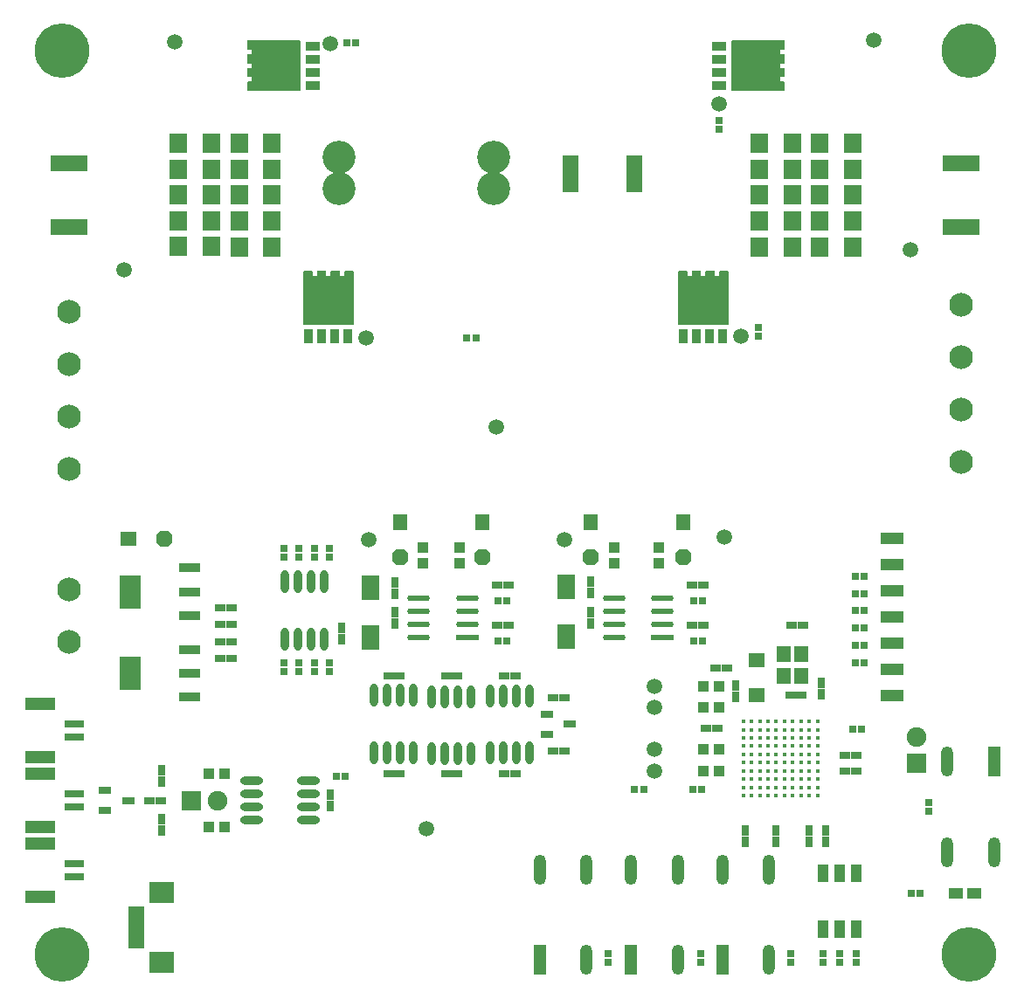
<source format=gts>
G04*
G04 #@! TF.GenerationSoftware,Altium Limited,Altium Designer,22.0.2 (36)*
G04*
G04 Layer_Color=8388736*
%FSLAX25Y25*%
%MOIN*%
G70*
G04*
G04 #@! TF.SameCoordinates,8DF314AF-FFA0-4F09-AA67-4057F65CF364*
G04*
G04*
G04 #@! TF.FilePolarity,Negative*
G04*
G01*
G75*
%ADD25C,0.01575*%
%ADD43R,0.08559X0.02292*%
G04:AMPARAMS|DCode=44|XSize=85.59mil|YSize=22.92mil|CornerRadius=11.46mil|HoleSize=0mil|Usage=FLASHONLY|Rotation=180.000|XOffset=0mil|YOffset=0mil|HoleType=Round|Shape=RoundedRectangle|*
%AMROUNDEDRECTD44*
21,1,0.08559,0.00000,0,0,180.0*
21,1,0.06267,0.02292,0,0,180.0*
1,1,0.02292,-0.03134,0.00000*
1,1,0.02292,0.03134,0.00000*
1,1,0.02292,0.03134,0.00000*
1,1,0.02292,-0.03134,0.00000*
%
%ADD44ROUNDEDRECTD44*%
%ADD47R,0.08465X0.12795*%
%ADD48R,0.08465X0.03740*%
%ADD54O,0.08851X0.03115*%
%ADD55O,0.03115X0.08851*%
%ADD56R,0.02926X0.03027*%
%ADD57R,0.02926X0.03911*%
%ADD58R,0.04885X0.02895*%
%ADD59R,0.03911X0.02926*%
%ADD60R,0.06312X0.05524*%
%ADD61R,0.05918X0.01981*%
%ADD62R,0.09461X0.07887*%
%ADD63R,0.03027X0.02926*%
%ADD64R,0.04343X0.06706*%
%ADD65R,0.05524X0.05918*%
%ADD66R,0.05800X0.04300*%
%ADD67R,0.03975X0.04202*%
%ADD68O,0.04737X0.11430*%
%ADD69R,0.04737X0.11430*%
%ADD70R,0.04737X0.02572*%
%ADD71R,0.11824X0.04737*%
%ADD72R,0.07493X0.03162*%
G04:AMPARAMS|DCode=73|XSize=63mil|YSize=58mil|CornerRadius=0mil|HoleSize=0mil|Usage=FLASHONLY|Rotation=270.000|XOffset=0mil|YOffset=0mil|HoleType=Round|Shape=Octagon|*
%AMOCTAGOND73*
4,1,8,-0.01450,-0.03150,0.01450,-0.03150,0.02900,-0.01700,0.02900,0.01700,0.01450,0.03150,-0.01450,0.03150,-0.02900,0.01700,-0.02900,-0.01700,-0.01450,-0.03150,0.0*
%
%ADD73OCTAGOND73*%

%ADD74R,0.05800X0.06300*%
%ADD75R,0.04202X0.03975*%
%ADD76R,0.07072X0.09402*%
%ADD77R,0.06300X0.05800*%
G04:AMPARAMS|DCode=78|XSize=63mil|YSize=58mil|CornerRadius=0mil|HoleSize=0mil|Usage=FLASHONLY|Rotation=0.000|XOffset=0mil|YOffset=0mil|HoleType=Round|Shape=Octagon|*
%AMOCTAGOND78*
4,1,8,0.03150,-0.01450,0.03150,0.01450,0.01700,0.02900,-0.01700,0.02900,-0.03150,0.01450,-0.03150,-0.01450,-0.01700,-0.02900,0.01700,-0.02900,0.03150,-0.01450,0.0*
%
%ADD78OCTAGOND78*%

%ADD79R,0.03359X0.05524*%
%ADD80R,0.05524X0.03359*%
%ADD81R,0.06647X0.07603*%
%ADD82R,0.05849X0.14406*%
%ADD83R,0.14406X0.05849*%
%ADD84C,0.05918*%
%ADD85C,0.07493*%
%ADD86R,0.07493X0.07493*%
%ADD87R,0.07493X0.07493*%
%ADD88C,0.09061*%
%ADD89C,0.12611*%
%ADD90C,0.20800*%
G36*
X1204806Y1030031D02*
X1204857Y1030021D01*
X1204907Y1030004D01*
X1204954Y1029981D01*
X1204998Y1029952D01*
X1205037Y1029917D01*
X1205072Y1029878D01*
X1205101Y1029834D01*
X1205124Y1029787D01*
X1205141Y1029738D01*
X1205151Y1029686D01*
X1205155Y1029634D01*
Y1026878D01*
X1205151Y1026826D01*
X1205141Y1026774D01*
X1205124Y1026725D01*
X1205101Y1026678D01*
X1205072Y1026634D01*
X1205037Y1026595D01*
X1204998Y1026560D01*
X1204954Y1026531D01*
X1204907Y1026508D01*
X1204857Y1026491D01*
X1204806Y1026481D01*
X1204754Y1026477D01*
X1203186D01*
Y1024779D01*
X1204754D01*
X1204806Y1024775D01*
X1204857Y1024765D01*
X1204907Y1024748D01*
X1204954Y1024725D01*
X1204998Y1024696D01*
X1205037Y1024661D01*
X1205072Y1024622D01*
X1205101Y1024578D01*
X1205124Y1024531D01*
X1205141Y1024482D01*
X1205151Y1024430D01*
X1205155Y1024378D01*
Y1021622D01*
X1205151Y1021570D01*
X1205141Y1021518D01*
X1205124Y1021469D01*
X1205101Y1021422D01*
X1205072Y1021378D01*
X1205037Y1021339D01*
X1204998Y1021304D01*
X1204954Y1021275D01*
X1204907Y1021252D01*
X1204857Y1021235D01*
X1204806Y1021225D01*
X1204754Y1021221D01*
X1203186D01*
Y1019543D01*
X1204754D01*
X1204806Y1019539D01*
X1204857Y1019529D01*
X1204907Y1019512D01*
X1204954Y1019489D01*
X1204998Y1019460D01*
X1205037Y1019425D01*
X1205072Y1019386D01*
X1205101Y1019342D01*
X1205124Y1019295D01*
X1205141Y1019246D01*
X1205151Y1019194D01*
X1205155Y1019142D01*
Y1016386D01*
X1205151Y1016333D01*
X1205141Y1016282D01*
X1205124Y1016232D01*
X1205101Y1016185D01*
X1205072Y1016142D01*
X1205037Y1016102D01*
X1204998Y1016068D01*
X1204954Y1016039D01*
X1204907Y1016016D01*
X1204857Y1015999D01*
X1204806Y1015988D01*
X1204754Y1015985D01*
X1203186D01*
Y1014287D01*
X1204754D01*
X1204806Y1014283D01*
X1204857Y1014273D01*
X1204907Y1014256D01*
X1204954Y1014233D01*
X1204998Y1014204D01*
X1205037Y1014169D01*
X1205072Y1014130D01*
X1205101Y1014086D01*
X1205124Y1014039D01*
X1205141Y1013990D01*
X1205151Y1013938D01*
X1205155Y1013886D01*
Y1011130D01*
X1205151Y1011078D01*
X1205141Y1011026D01*
X1205124Y1010977D01*
X1205101Y1010929D01*
X1205072Y1010886D01*
X1205037Y1010847D01*
X1204998Y1010812D01*
X1204954Y1010783D01*
X1204907Y1010760D01*
X1204857Y1010743D01*
X1204806Y1010732D01*
X1204754Y1010729D01*
X1185069D01*
X1185016Y1010732D01*
X1184965Y1010743D01*
X1184915Y1010760D01*
X1184868Y1010783D01*
X1184825Y1010812D01*
X1184785Y1010847D01*
X1184751Y1010886D01*
X1184721Y1010929D01*
X1184698Y1010977D01*
X1184682Y1011026D01*
X1184671Y1011078D01*
X1184668Y1011130D01*
Y1029634D01*
X1184671Y1029686D01*
X1184682Y1029738D01*
X1184698Y1029787D01*
X1184721Y1029834D01*
X1184751Y1029878D01*
X1184785Y1029917D01*
X1184825Y1029952D01*
X1184868Y1029981D01*
X1184915Y1030004D01*
X1184965Y1030021D01*
X1185016Y1030031D01*
X1185069Y1030035D01*
X1204754D01*
X1204806Y1030031D01*
D02*
G37*
G36*
X1019989D02*
X1020041Y1030021D01*
X1020091Y1030004D01*
X1020138Y1029981D01*
X1020181Y1029952D01*
X1020221Y1029917D01*
X1020255Y1029878D01*
X1020284Y1029834D01*
X1020308Y1029787D01*
X1020324Y1029738D01*
X1020335Y1029686D01*
X1020338Y1029634D01*
Y1011130D01*
X1020335Y1011078D01*
X1020324Y1011026D01*
X1020308Y1010977D01*
X1020284Y1010929D01*
X1020255Y1010886D01*
X1020221Y1010847D01*
X1020181Y1010812D01*
X1020138Y1010783D01*
X1020091Y1010760D01*
X1020041Y1010743D01*
X1019989Y1010732D01*
X1019937Y1010729D01*
X1000252D01*
X1000200Y1010732D01*
X1000148Y1010743D01*
X1000099Y1010760D01*
X1000052Y1010783D01*
X1000008Y1010812D01*
X999969Y1010847D01*
X999934Y1010886D01*
X999905Y1010929D01*
X999882Y1010977D01*
X999865Y1011026D01*
X999855Y1011078D01*
X999851Y1011130D01*
Y1013886D01*
X999855Y1013938D01*
X999865Y1013990D01*
X999882Y1014039D01*
X999905Y1014086D01*
X999934Y1014130D01*
X999969Y1014169D01*
X1000008Y1014204D01*
X1000052Y1014233D01*
X1000099Y1014256D01*
X1000148Y1014273D01*
X1000200Y1014283D01*
X1000252Y1014287D01*
X1001820D01*
Y1015985D01*
X1000252D01*
X1000200Y1015988D01*
X1000148Y1015999D01*
X1000099Y1016016D01*
X1000052Y1016039D01*
X1000008Y1016068D01*
X999969Y1016102D01*
X999934Y1016142D01*
X999905Y1016185D01*
X999882Y1016232D01*
X999865Y1016282D01*
X999855Y1016333D01*
X999851Y1016386D01*
Y1019142D01*
X999855Y1019194D01*
X999865Y1019246D01*
X999882Y1019295D01*
X999905Y1019342D01*
X999934Y1019386D01*
X999969Y1019425D01*
X1000008Y1019460D01*
X1000052Y1019489D01*
X1000099Y1019512D01*
X1000148Y1019529D01*
X1000200Y1019539D01*
X1000252Y1019543D01*
X1001820D01*
Y1021221D01*
X1000252D01*
X1000200Y1021225D01*
X1000148Y1021235D01*
X1000099Y1021252D01*
X1000052Y1021275D01*
X1000008Y1021304D01*
X999969Y1021339D01*
X999934Y1021378D01*
X999905Y1021422D01*
X999882Y1021469D01*
X999865Y1021518D01*
X999855Y1021570D01*
X999851Y1021622D01*
Y1024378D01*
X999855Y1024430D01*
X999865Y1024482D01*
X999882Y1024531D01*
X999905Y1024578D01*
X999934Y1024622D01*
X999969Y1024661D01*
X1000008Y1024696D01*
X1000052Y1024725D01*
X1000099Y1024748D01*
X1000148Y1024765D01*
X1000200Y1024775D01*
X1000252Y1024779D01*
X1001820D01*
Y1026477D01*
X1000252D01*
X1000200Y1026481D01*
X1000148Y1026491D01*
X1000099Y1026508D01*
X1000052Y1026531D01*
X1000008Y1026560D01*
X999969Y1026595D01*
X999934Y1026634D01*
X999905Y1026678D01*
X999882Y1026725D01*
X999865Y1026774D01*
X999855Y1026826D01*
X999851Y1026878D01*
Y1029634D01*
X999855Y1029686D01*
X999865Y1029738D01*
X999882Y1029787D01*
X999905Y1029834D01*
X999934Y1029878D01*
X999969Y1029917D01*
X1000008Y1029952D01*
X1000052Y1029981D01*
X1000099Y1030004D01*
X1000148Y1030021D01*
X1000200Y1030031D01*
X1000252Y1030035D01*
X1019937D01*
X1019989Y1030031D01*
D02*
G37*
G36*
X1183304Y942004D02*
X1183356Y941994D01*
X1183405Y941977D01*
X1183452Y941953D01*
X1183496Y941924D01*
X1183535Y941890D01*
X1183570Y941850D01*
X1183599Y941807D01*
X1183622Y941760D01*
X1183639Y941710D01*
X1183649Y941659D01*
X1183653Y941606D01*
Y939638D01*
Y921921D01*
X1183649Y921869D01*
X1183639Y921817D01*
X1183622Y921768D01*
X1183599Y921721D01*
X1183570Y921677D01*
X1183535Y921638D01*
X1183496Y921603D01*
X1183452Y921574D01*
X1183405Y921551D01*
X1183356Y921534D01*
X1183304Y921524D01*
X1183252Y921520D01*
X1164748D01*
X1164696Y921524D01*
X1164644Y921534D01*
X1164595Y921551D01*
X1164548Y921574D01*
X1164504Y921603D01*
X1164465Y921638D01*
X1164430Y921677D01*
X1164401Y921721D01*
X1164378Y921768D01*
X1164361Y921817D01*
X1164351Y921869D01*
X1164347Y921921D01*
Y939638D01*
Y941606D01*
X1164351Y941659D01*
X1164361Y941710D01*
X1164378Y941760D01*
X1164401Y941807D01*
X1164430Y941850D01*
X1164465Y941890D01*
X1164504Y941924D01*
X1164548Y941953D01*
X1164595Y941977D01*
X1164644Y941994D01*
X1164696Y942004D01*
X1164748Y942007D01*
X1167504D01*
X1167556Y942004D01*
X1167608Y941994D01*
X1167657Y941977D01*
X1167704Y941953D01*
X1167748Y941924D01*
X1167787Y941890D01*
X1167822Y941850D01*
X1167851Y941807D01*
X1167874Y941760D01*
X1167891Y941710D01*
X1167901Y941659D01*
X1167905Y941606D01*
Y940039D01*
X1169603D01*
Y941606D01*
X1169606Y941659D01*
X1169617Y941710D01*
X1169634Y941760D01*
X1169657Y941807D01*
X1169686Y941850D01*
X1169720Y941890D01*
X1169760Y941924D01*
X1169804Y941953D01*
X1169851Y941977D01*
X1169900Y941994D01*
X1169952Y942004D01*
X1170004Y942007D01*
X1172760D01*
X1172812Y942004D01*
X1172864Y941994D01*
X1172913Y941977D01*
X1172960Y941953D01*
X1173004Y941924D01*
X1173043Y941890D01*
X1173078Y941850D01*
X1173107Y941807D01*
X1173130Y941760D01*
X1173147Y941710D01*
X1173157Y941659D01*
X1173161Y941606D01*
Y940039D01*
X1174839D01*
Y941606D01*
X1174843Y941659D01*
X1174853Y941710D01*
X1174870Y941760D01*
X1174893Y941807D01*
X1174922Y941850D01*
X1174957Y941890D01*
X1174996Y941924D01*
X1175040Y941953D01*
X1175087Y941977D01*
X1175136Y941994D01*
X1175188Y942004D01*
X1175240Y942007D01*
X1177996D01*
X1178048Y942004D01*
X1178100Y941994D01*
X1178150Y941977D01*
X1178197Y941953D01*
X1178240Y941924D01*
X1178279Y941890D01*
X1178314Y941850D01*
X1178343Y941807D01*
X1178366Y941760D01*
X1178383Y941710D01*
X1178393Y941659D01*
X1178397Y941606D01*
Y940039D01*
X1180095D01*
Y941606D01*
X1180099Y941659D01*
X1180109Y941710D01*
X1180126Y941760D01*
X1180149Y941807D01*
X1180178Y941850D01*
X1180213Y941890D01*
X1180252Y941924D01*
X1180296Y941953D01*
X1180343Y941977D01*
X1180392Y941994D01*
X1180444Y942004D01*
X1180496Y942007D01*
X1183252D01*
X1183304Y942004D01*
D02*
G37*
G36*
X1040304D02*
X1040356Y941994D01*
X1040405Y941977D01*
X1040452Y941953D01*
X1040496Y941924D01*
X1040535Y941890D01*
X1040570Y941850D01*
X1040599Y941807D01*
X1040622Y941760D01*
X1040639Y941710D01*
X1040649Y941659D01*
X1040653Y941606D01*
Y939638D01*
Y921921D01*
X1040649Y921869D01*
X1040639Y921817D01*
X1040622Y921768D01*
X1040599Y921721D01*
X1040570Y921677D01*
X1040535Y921638D01*
X1040496Y921603D01*
X1040452Y921574D01*
X1040405Y921551D01*
X1040356Y921534D01*
X1040304Y921524D01*
X1040252Y921520D01*
X1021748D01*
X1021696Y921524D01*
X1021644Y921534D01*
X1021595Y921551D01*
X1021548Y921574D01*
X1021504Y921603D01*
X1021465Y921638D01*
X1021430Y921677D01*
X1021401Y921721D01*
X1021378Y921768D01*
X1021361Y921817D01*
X1021351Y921869D01*
X1021347Y921921D01*
Y939638D01*
Y941606D01*
X1021351Y941659D01*
X1021361Y941710D01*
X1021378Y941760D01*
X1021401Y941807D01*
X1021430Y941850D01*
X1021465Y941890D01*
X1021504Y941924D01*
X1021548Y941953D01*
X1021595Y941977D01*
X1021644Y941994D01*
X1021696Y942004D01*
X1021748Y942007D01*
X1024504D01*
X1024556Y942004D01*
X1024608Y941994D01*
X1024657Y941977D01*
X1024704Y941953D01*
X1024748Y941924D01*
X1024787Y941890D01*
X1024822Y941850D01*
X1024851Y941807D01*
X1024874Y941760D01*
X1024891Y941710D01*
X1024901Y941659D01*
X1024905Y941606D01*
Y940039D01*
X1026603D01*
Y941606D01*
X1026606Y941659D01*
X1026617Y941710D01*
X1026634Y941760D01*
X1026657Y941807D01*
X1026686Y941850D01*
X1026721Y941890D01*
X1026760Y941924D01*
X1026803Y941953D01*
X1026851Y941977D01*
X1026900Y941994D01*
X1026952Y942004D01*
X1027004Y942007D01*
X1029760D01*
X1029812Y942004D01*
X1029864Y941994D01*
X1029913Y941977D01*
X1029960Y941953D01*
X1030004Y941924D01*
X1030043Y941890D01*
X1030078Y941850D01*
X1030107Y941807D01*
X1030130Y941760D01*
X1030147Y941710D01*
X1030157Y941659D01*
X1030161Y941606D01*
Y940039D01*
X1031839D01*
Y941606D01*
X1031843Y941659D01*
X1031853Y941710D01*
X1031870Y941760D01*
X1031893Y941807D01*
X1031922Y941850D01*
X1031957Y941890D01*
X1031996Y941924D01*
X1032040Y941953D01*
X1032087Y941977D01*
X1032136Y941994D01*
X1032188Y942004D01*
X1032240Y942007D01*
X1034996D01*
X1035048Y942004D01*
X1035100Y941994D01*
X1035149Y941977D01*
X1035196Y941953D01*
X1035240Y941924D01*
X1035279Y941890D01*
X1035314Y941850D01*
X1035343Y941807D01*
X1035366Y941760D01*
X1035383Y941710D01*
X1035394Y941659D01*
X1035397Y941606D01*
Y940039D01*
X1037095D01*
Y941606D01*
X1037099Y941659D01*
X1037109Y941710D01*
X1037126Y941760D01*
X1037149Y941807D01*
X1037178Y941850D01*
X1037213Y941890D01*
X1037252Y941924D01*
X1037296Y941953D01*
X1037343Y941977D01*
X1037392Y941994D01*
X1037444Y942004D01*
X1037496Y942007D01*
X1040252D01*
X1040304Y942004D01*
D02*
G37*
G36*
X1250331Y837835D02*
X1241669D01*
Y842165D01*
X1250331D01*
Y837835D01*
D02*
G37*
G36*
Y827835D02*
X1241669D01*
Y832165D01*
X1250331D01*
Y827835D01*
D02*
G37*
G36*
Y817835D02*
X1241669D01*
Y822165D01*
X1250331D01*
Y817835D01*
D02*
G37*
G36*
Y807835D02*
X1241669D01*
Y812165D01*
X1250331D01*
Y807835D01*
D02*
G37*
G36*
Y797835D02*
X1241669D01*
Y802165D01*
X1250331D01*
Y797835D01*
D02*
G37*
G36*
Y787835D02*
X1241669D01*
Y792165D01*
X1250331D01*
Y787835D01*
D02*
G37*
G36*
Y777835D02*
X1241669D01*
Y782165D01*
X1250331D01*
Y777835D01*
D02*
G37*
D25*
X1217598Y770098D02*
D03*
Y766949D02*
D03*
Y763799D02*
D03*
Y760650D02*
D03*
Y757500D02*
D03*
Y754350D02*
D03*
Y751201D02*
D03*
Y748051D02*
D03*
Y744902D02*
D03*
Y741752D02*
D03*
X1214449Y770098D02*
D03*
Y766949D02*
D03*
Y763799D02*
D03*
Y760650D02*
D03*
Y757500D02*
D03*
Y754350D02*
D03*
Y751201D02*
D03*
Y748051D02*
D03*
Y744902D02*
D03*
Y741752D02*
D03*
X1211299Y770098D02*
D03*
Y766949D02*
D03*
Y763799D02*
D03*
Y760650D02*
D03*
Y757500D02*
D03*
Y754350D02*
D03*
Y751201D02*
D03*
Y748051D02*
D03*
Y744902D02*
D03*
Y741752D02*
D03*
X1208150Y770098D02*
D03*
Y766949D02*
D03*
Y763799D02*
D03*
Y760650D02*
D03*
Y757500D02*
D03*
Y754350D02*
D03*
Y751201D02*
D03*
Y748051D02*
D03*
Y744902D02*
D03*
Y741752D02*
D03*
X1205000Y770098D02*
D03*
Y766949D02*
D03*
Y763799D02*
D03*
Y760650D02*
D03*
Y757500D02*
D03*
Y754350D02*
D03*
Y751201D02*
D03*
Y748051D02*
D03*
Y744902D02*
D03*
Y741752D02*
D03*
X1201850Y770098D02*
D03*
Y766949D02*
D03*
Y763799D02*
D03*
Y760650D02*
D03*
Y757500D02*
D03*
Y754350D02*
D03*
Y751201D02*
D03*
Y748051D02*
D03*
Y744902D02*
D03*
Y741752D02*
D03*
X1198701Y770098D02*
D03*
Y766949D02*
D03*
Y763799D02*
D03*
Y760650D02*
D03*
Y757500D02*
D03*
Y754350D02*
D03*
Y751201D02*
D03*
Y748051D02*
D03*
Y744902D02*
D03*
Y741752D02*
D03*
X1195551Y770098D02*
D03*
Y766949D02*
D03*
Y763799D02*
D03*
Y760650D02*
D03*
Y757500D02*
D03*
Y754350D02*
D03*
Y751201D02*
D03*
Y748051D02*
D03*
Y744902D02*
D03*
Y741752D02*
D03*
X1192402Y770098D02*
D03*
Y766949D02*
D03*
Y763799D02*
D03*
Y760650D02*
D03*
Y757500D02*
D03*
Y754350D02*
D03*
Y751201D02*
D03*
Y748051D02*
D03*
Y744902D02*
D03*
Y741752D02*
D03*
X1189252Y770098D02*
D03*
Y766949D02*
D03*
Y763799D02*
D03*
Y760650D02*
D03*
Y757500D02*
D03*
Y754350D02*
D03*
Y751201D02*
D03*
Y748051D02*
D03*
Y744902D02*
D03*
Y741752D02*
D03*
D43*
X1158510Y802000D02*
D03*
X1084000Y802000D02*
D03*
D44*
X1158510Y807000D02*
D03*
Y817000D02*
D03*
X1139880D02*
D03*
Y812000D02*
D03*
Y807000D02*
D03*
Y802000D02*
D03*
X1158510Y812000D02*
D03*
X1084000Y807000D02*
D03*
Y817000D02*
D03*
X1065370D02*
D03*
Y812000D02*
D03*
Y807000D02*
D03*
Y802000D02*
D03*
X1084000Y812000D02*
D03*
D47*
X955236Y819584D02*
D03*
Y788556D02*
D03*
D48*
X978071Y828639D02*
D03*
Y819584D02*
D03*
Y810529D02*
D03*
Y797611D02*
D03*
Y788556D02*
D03*
Y779501D02*
D03*
D54*
X1001585Y747443D02*
D03*
Y742443D02*
D03*
Y737443D02*
D03*
Y732443D02*
D03*
X1023415Y747443D02*
D03*
Y742443D02*
D03*
Y737443D02*
D03*
Y732443D02*
D03*
D55*
X1014500Y801585D02*
D03*
X1019500D02*
D03*
X1024500D02*
D03*
X1029500D02*
D03*
X1014500Y823415D02*
D03*
X1019500D02*
D03*
X1024500D02*
D03*
X1029500D02*
D03*
X1107563Y779915D02*
D03*
X1102563D02*
D03*
X1097563D02*
D03*
X1092563D02*
D03*
X1107563Y758085D02*
D03*
X1102563D02*
D03*
X1097563D02*
D03*
X1092563D02*
D03*
X1085500Y779500D02*
D03*
X1080500D02*
D03*
X1075500D02*
D03*
X1070500D02*
D03*
X1085500Y757670D02*
D03*
X1080500D02*
D03*
X1075500D02*
D03*
X1070500D02*
D03*
X1063500Y780000D02*
D03*
X1058500D02*
D03*
X1053500D02*
D03*
X1048500D02*
D03*
X1063500Y758170D02*
D03*
X1058500D02*
D03*
X1053500D02*
D03*
X1048500D02*
D03*
D56*
X1014017Y792618D02*
D03*
Y789210D02*
D03*
X1014017Y832689D02*
D03*
Y836097D02*
D03*
X1019797Y792618D02*
D03*
Y789210D02*
D03*
X1019797Y836097D02*
D03*
Y832689D02*
D03*
X1025578Y792618D02*
D03*
Y789210D02*
D03*
X1025578Y836097D02*
D03*
Y832689D02*
D03*
X1031358Y792618D02*
D03*
Y789210D02*
D03*
X1031357Y832689D02*
D03*
Y836097D02*
D03*
X1259900Y735796D02*
D03*
Y739204D02*
D03*
X1207348Y681437D02*
D03*
Y678029D02*
D03*
X1172975Y681437D02*
D03*
Y678029D02*
D03*
X1137748Y681437D02*
D03*
Y678029D02*
D03*
X1232300D02*
D03*
Y681437D02*
D03*
X1226000D02*
D03*
Y678029D02*
D03*
X1219700Y681437D02*
D03*
Y678029D02*
D03*
X1195000Y920408D02*
D03*
Y917000D02*
D03*
X1180177Y999469D02*
D03*
Y996061D02*
D03*
D57*
X1036000Y805877D02*
D03*
Y801585D02*
D03*
X1186500Y783646D02*
D03*
Y779354D02*
D03*
X1218871Y780492D02*
D03*
Y784784D02*
D03*
X1189995Y728500D02*
D03*
Y724208D02*
D03*
X1220658Y728500D02*
D03*
Y724208D02*
D03*
X1214500D02*
D03*
Y728500D02*
D03*
X1201792Y724208D02*
D03*
Y728500D02*
D03*
X1031530Y737797D02*
D03*
Y742089D02*
D03*
X967500Y747029D02*
D03*
Y751320D02*
D03*
Y732855D02*
D03*
Y728563D02*
D03*
X1130978Y819243D02*
D03*
Y823534D02*
D03*
Y811646D02*
D03*
Y807354D02*
D03*
X1056468Y818939D02*
D03*
Y823231D02*
D03*
Y811646D02*
D03*
Y807354D02*
D03*
D58*
X1114485Y772740D02*
D03*
Y765260D02*
D03*
X1123158Y769000D02*
D03*
D59*
X1097917Y787608D02*
D03*
X1102209D02*
D03*
X1075886D02*
D03*
X1080177D02*
D03*
X1120967Y758721D02*
D03*
X1116676D02*
D03*
X1097917Y750180D02*
D03*
X1102209D02*
D03*
X1075886D02*
D03*
X1080177D02*
D03*
X1053854D02*
D03*
X1058146D02*
D03*
X1053854Y787608D02*
D03*
X1058146D02*
D03*
X1116676Y779270D02*
D03*
X1120967D02*
D03*
X1228000Y757050D02*
D03*
X1232292D02*
D03*
X1178708Y790500D02*
D03*
X1183000D02*
D03*
X1174938Y767340D02*
D03*
X1179230D02*
D03*
X1232292Y751000D02*
D03*
X1228000D02*
D03*
X1207748Y806862D02*
D03*
X1212040D02*
D03*
X1207208Y780000D02*
D03*
X1211500D02*
D03*
X967008Y739943D02*
D03*
X962716D02*
D03*
X1169810Y822209D02*
D03*
X1174102D02*
D03*
X1169810Y806829D02*
D03*
X1174102D02*
D03*
X1095300Y822209D02*
D03*
X1099592D02*
D03*
X1095300Y806829D02*
D03*
X1099592D02*
D03*
X994137Y794145D02*
D03*
X989845D02*
D03*
X994137Y800611D02*
D03*
X989845D02*
D03*
X994137Y813543D02*
D03*
X989845D02*
D03*
X994137Y807077D02*
D03*
X989845D02*
D03*
D60*
X1194318Y780226D02*
D03*
Y793612D02*
D03*
D61*
X957669Y698390D02*
D03*
Y684610D02*
D03*
Y686579D02*
D03*
Y688547D02*
D03*
Y690516D02*
D03*
Y692484D02*
D03*
Y694453D02*
D03*
Y696421D02*
D03*
D62*
X967500Y678114D02*
D03*
X967500Y704886D02*
D03*
D63*
X1170092Y744000D02*
D03*
X1173500D02*
D03*
X1234500Y767000D02*
D03*
X1231092D02*
D03*
X1151204Y744000D02*
D03*
X1147796D02*
D03*
X1037500Y749175D02*
D03*
X1034092D02*
D03*
X1253261Y704474D02*
D03*
X1256668D02*
D03*
X1235408Y812327D02*
D03*
X1232000D02*
D03*
X1235408Y825436D02*
D03*
X1232000D02*
D03*
X1235408Y818935D02*
D03*
X1232000D02*
D03*
X1235408Y805718D02*
D03*
X1232000D02*
D03*
X1235408Y799109D02*
D03*
X1232000D02*
D03*
X1235408Y792500D02*
D03*
X1232000D02*
D03*
X1173660Y816178D02*
D03*
X1170252D02*
D03*
X1173660Y800759D02*
D03*
X1170252D02*
D03*
X1099150Y816178D02*
D03*
X1095742D02*
D03*
X1099150Y800759D02*
D03*
X1095742D02*
D03*
X1087204Y916500D02*
D03*
X1083796D02*
D03*
X1041405Y1028955D02*
D03*
X1037998D02*
D03*
D64*
X1226000Y690700D02*
D03*
X1219700D02*
D03*
X1232300D02*
D03*
Y712000D02*
D03*
X1219700D02*
D03*
X1226000D02*
D03*
D65*
X1211347Y795634D02*
D03*
Y787366D02*
D03*
X1204653D02*
D03*
Y795634D02*
D03*
D66*
X1270252Y704500D02*
D03*
X1277252D02*
D03*
D67*
X1174119Y775449D02*
D03*
X1180050D02*
D03*
X1174119Y783412D02*
D03*
X1180050D02*
D03*
X1174119Y759563D02*
D03*
X1180050D02*
D03*
X1174119Y751166D02*
D03*
X1180050D02*
D03*
X985262Y750075D02*
D03*
X991193D02*
D03*
X985262Y729823D02*
D03*
X991193D02*
D03*
D68*
X1111722Y713617D02*
D03*
X1129439D02*
D03*
Y678972D02*
D03*
X1199007Y678972D02*
D03*
Y713617D02*
D03*
X1181291D02*
D03*
X1164223Y678972D02*
D03*
Y713617D02*
D03*
X1146507D02*
D03*
X1284900Y720177D02*
D03*
X1267183D02*
D03*
Y754823D02*
D03*
D69*
X1111722Y678972D02*
D03*
X1181291Y678972D02*
D03*
X1146507Y678972D02*
D03*
X1284900Y754823D02*
D03*
D70*
X945772Y743683D02*
D03*
Y736203D02*
D03*
X954701Y739943D02*
D03*
D71*
X920905Y723525D02*
D03*
Y703249D02*
D03*
Y750081D02*
D03*
Y729805D02*
D03*
X920905Y776638D02*
D03*
Y756362D02*
D03*
D72*
X934095Y715848D02*
D03*
Y710926D02*
D03*
Y742404D02*
D03*
Y737482D02*
D03*
X934095Y768961D02*
D03*
Y764039D02*
D03*
D73*
X1166205Y832732D02*
D03*
X1130978Y832731D02*
D03*
X1089802Y832732D02*
D03*
X1058345D02*
D03*
D74*
X1166205Y846231D02*
D03*
X1130978Y846231D02*
D03*
X1089802Y846231D02*
D03*
X1058345D02*
D03*
D75*
X1157059Y836500D02*
D03*
Y830569D02*
D03*
X1140000Y836500D02*
D03*
Y830569D02*
D03*
X1081000Y836500D02*
D03*
Y830569D02*
D03*
X1067000Y836500D02*
D03*
Y830569D02*
D03*
D76*
X1121599Y802356D02*
D03*
Y821589D02*
D03*
X1047089Y802053D02*
D03*
Y821285D02*
D03*
D77*
X954717Y839676D02*
D03*
D78*
X968217D02*
D03*
D79*
X1166100Y939122D02*
D03*
X1171400D02*
D03*
X1176600D02*
D03*
X1181900D02*
D03*
X1181500Y917000D02*
D03*
X1176500D02*
D03*
X1171500D02*
D03*
X1166500D02*
D03*
X1023100Y939122D02*
D03*
X1028400D02*
D03*
X1033600D02*
D03*
X1038900D02*
D03*
X1038500Y917000D02*
D03*
X1033500D02*
D03*
X1028500D02*
D03*
X1023500D02*
D03*
D80*
X1202269Y1028282D02*
D03*
Y1022982D02*
D03*
Y1017782D02*
D03*
Y1012482D02*
D03*
X1180147Y1012882D02*
D03*
Y1017882D02*
D03*
Y1022882D02*
D03*
Y1027882D02*
D03*
X1002736Y1012482D02*
D03*
Y1017782D02*
D03*
Y1022982D02*
D03*
Y1028282D02*
D03*
X1024858Y1027882D02*
D03*
Y1022882D02*
D03*
Y1017882D02*
D03*
Y1012882D02*
D03*
D81*
X1208014Y961147D02*
D03*
X1195475D02*
D03*
Y951272D02*
D03*
X1208014D02*
D03*
Y980896D02*
D03*
X1195475D02*
D03*
Y971021D02*
D03*
X1208014D02*
D03*
Y990771D02*
D03*
X1195475D02*
D03*
X1218507D02*
D03*
X1231047D02*
D03*
Y951272D02*
D03*
X1218507D02*
D03*
Y980896D02*
D03*
X1231047D02*
D03*
Y971021D02*
D03*
X1218507D02*
D03*
Y961147D02*
D03*
X1231047D02*
D03*
X986235Y990771D02*
D03*
X973695D02*
D03*
X986235Y980929D02*
D03*
X973695D02*
D03*
X986235Y971088D02*
D03*
X973695D02*
D03*
X986235Y961246D02*
D03*
X973695D02*
D03*
X1009401Y961147D02*
D03*
X996861D02*
D03*
X986235Y951405D02*
D03*
X973695D02*
D03*
X1009401Y951272D02*
D03*
X996861D02*
D03*
X1009401Y971021D02*
D03*
X996861D02*
D03*
X1009401Y980896D02*
D03*
X996861D02*
D03*
X1009401Y990771D02*
D03*
X996861D02*
D03*
D82*
X1147572Y979000D02*
D03*
X1123428D02*
D03*
D83*
X1272500Y958949D02*
D03*
Y983093D02*
D03*
X932000D02*
D03*
Y958949D02*
D03*
D84*
X972500Y1029500D02*
D03*
X1239000Y1030000D02*
D03*
X953000Y942500D02*
D03*
X1068500Y729000D02*
D03*
X1095000Y882500D02*
D03*
X1182000Y840500D02*
D03*
X1155500Y751000D02*
D03*
Y759563D02*
D03*
Y775449D02*
D03*
Y783412D02*
D03*
X1120861Y839482D02*
D03*
X1046316Y839574D02*
D03*
X1045500Y916500D02*
D03*
X1188500Y917000D02*
D03*
X1253000Y950000D02*
D03*
X1180177Y1005800D02*
D03*
X1031740Y1028879D02*
D03*
D85*
X1255500Y764000D02*
D03*
X988587Y739943D02*
D03*
D86*
X1255500Y754000D02*
D03*
D87*
X978587Y739943D02*
D03*
D88*
X932000Y800561D02*
D03*
Y820561D02*
D03*
Y906500D02*
D03*
Y926500D02*
D03*
X1272500Y929000D02*
D03*
Y909000D02*
D03*
X932000Y866500D02*
D03*
Y886500D02*
D03*
X1272500Y889000D02*
D03*
Y869000D02*
D03*
D89*
X1094000Y985500D02*
D03*
X1035000D02*
D03*
Y973500D02*
D03*
X1094000D02*
D03*
D90*
X1275500Y1026000D02*
D03*
X929500D02*
D03*
Y681000D02*
D03*
X1275500D02*
D03*
M02*

</source>
